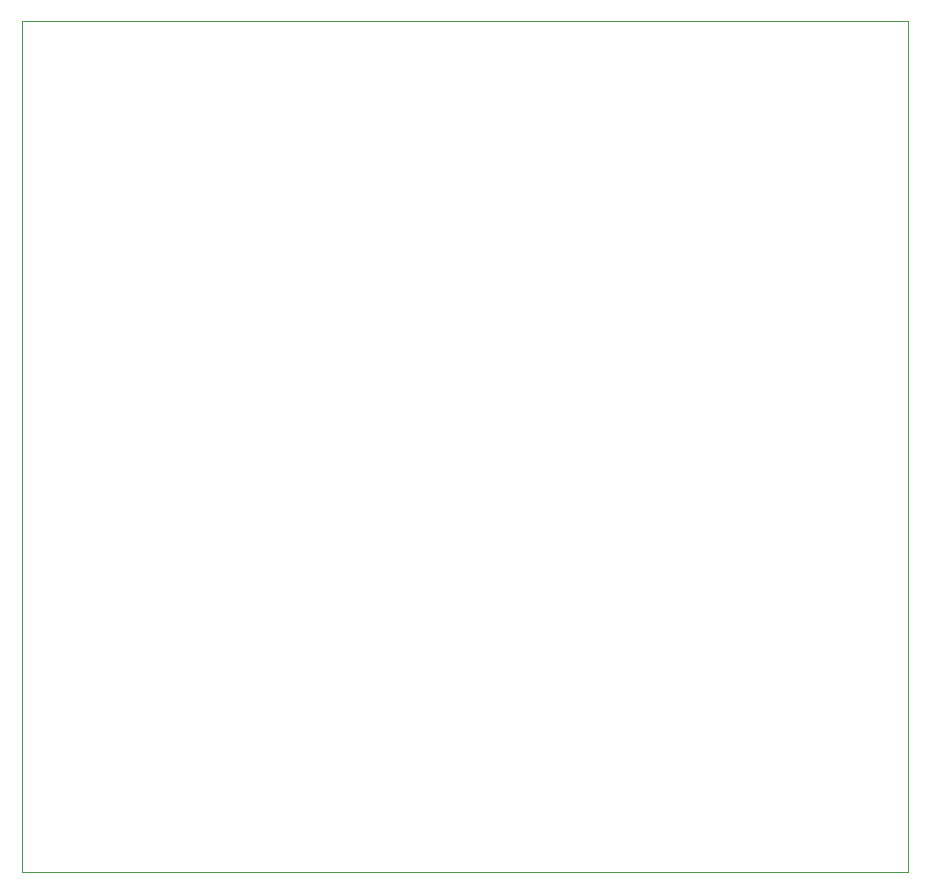
<source format=gbr>
%TF.GenerationSoftware,Altium Limited,Altium Designer,23.11.1 (41)*%
G04 Layer_Color=0*
%FSLAX45Y45*%
%MOMM*%
%TF.SameCoordinates,D78E9C2B-A710-42EA-B38E-4640A2B68151*%
%TF.FilePolarity,Positive*%
%TF.FileFunction,Profile,NP*%
%TF.Part,Single*%
G01*
G75*
%TA.AperFunction,Profile*%
%ADD252C,0.02540*%
D252*
X-640Y0D02*
X7499999D01*
Y7200000D01*
X-640D01*
Y0D01*
%TF.MD5,bcc3a5d5a09fad2559c8059601a086e6*%
M02*

</source>
